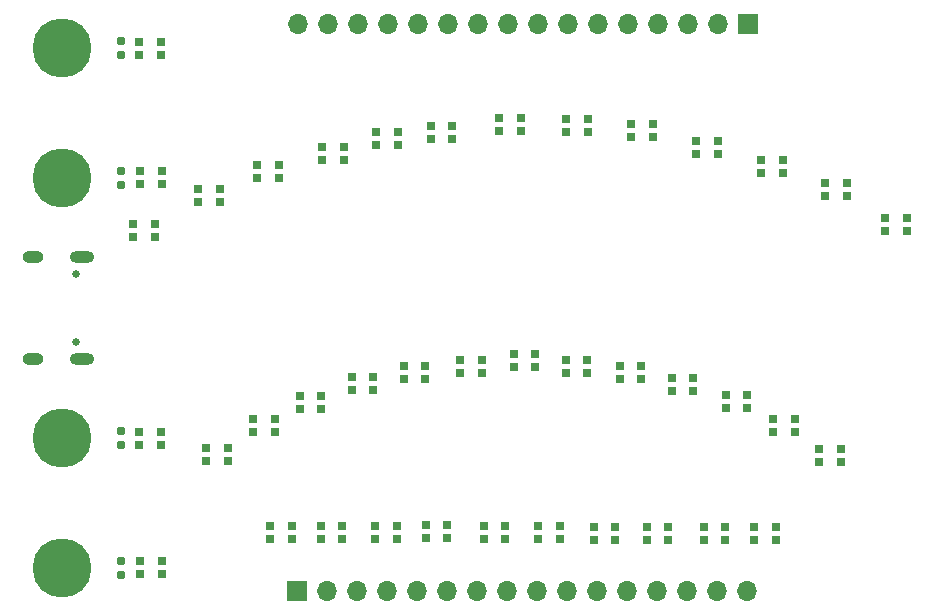
<source format=gbr>
%TF.GenerationSoftware,KiCad,Pcbnew,9.0.2*%
%TF.CreationDate,2025-09-05T17:13:16+02:00*%
%TF.ProjectId,LLM Business Card,4c4c4d20-4275-4736-996e-657373204361,rev?*%
%TF.SameCoordinates,Original*%
%TF.FileFunction,Soldermask,Bot*%
%TF.FilePolarity,Negative*%
%FSLAX46Y46*%
G04 Gerber Fmt 4.6, Leading zero omitted, Abs format (unit mm)*
G04 Created by KiCad (PCBNEW 9.0.2) date 2025-09-05 17:13:16*
%MOMM*%
%LPD*%
G01*
G04 APERTURE LIST*
G04 Aperture macros list*
%AMRoundRect*
0 Rectangle with rounded corners*
0 $1 Rounding radius*
0 $2 $3 $4 $5 $6 $7 $8 $9 X,Y pos of 4 corners*
0 Add a 4 corners polygon primitive as box body*
4,1,4,$2,$3,$4,$5,$6,$7,$8,$9,$2,$3,0*
0 Add four circle primitives for the rounded corners*
1,1,$1+$1,$2,$3*
1,1,$1+$1,$4,$5*
1,1,$1+$1,$6,$7*
1,1,$1+$1,$8,$9*
0 Add four rect primitives between the rounded corners*
20,1,$1+$1,$2,$3,$4,$5,0*
20,1,$1+$1,$4,$5,$6,$7,0*
20,1,$1+$1,$6,$7,$8,$9,0*
20,1,$1+$1,$8,$9,$2,$3,0*%
G04 Aperture macros list end*
%ADD10C,0.650000*%
%ADD11O,2.100000X1.000000*%
%ADD12O,1.800000X1.000000*%
%ADD13R,1.700000X1.700000*%
%ADD14O,1.700000X1.700000*%
%ADD15R,0.700000X0.700000*%
%ADD16C,5.000000*%
%ADD17RoundRect,0.160000X0.160000X-0.197500X0.160000X0.197500X-0.160000X0.197500X-0.160000X-0.197500X0*%
%ADD18RoundRect,0.160000X-0.160000X0.197500X-0.160000X-0.197500X0.160000X-0.197500X0.160000X0.197500X0*%
G04 APERTURE END LIST*
D10*
%TO.C,J1*%
X106180000Y-124110000D03*
X106180000Y-129890000D03*
D11*
X106680000Y-122680000D03*
D12*
X102500000Y-122680000D03*
D11*
X106680000Y-131320000D03*
D12*
X102500000Y-131320000D03*
%TD*%
D13*
%TO.C,J2*%
X163080000Y-103000000D03*
D14*
X160540000Y-103000000D03*
X158000000Y-103000000D03*
X155460000Y-103000000D03*
X152920000Y-103000000D03*
X150380000Y-103000000D03*
X147840000Y-103000000D03*
X145300000Y-103000000D03*
X142760000Y-103000000D03*
X140220000Y-103000000D03*
X137680000Y-103000000D03*
X135140000Y-103000000D03*
X132600000Y-103000000D03*
X130060000Y-103000000D03*
X127520000Y-103000000D03*
X124980000Y-103000000D03*
%TD*%
D13*
%TO.C,J3*%
X124900000Y-151000000D03*
D14*
X127440000Y-151000000D03*
X129980000Y-151000000D03*
X132520000Y-151000000D03*
X135060000Y-151000000D03*
X137600000Y-151000000D03*
X140140000Y-151000000D03*
X142680000Y-151000000D03*
X145220000Y-151000000D03*
X147760000Y-151000000D03*
X150300000Y-151000000D03*
X152840000Y-151000000D03*
X155380000Y-151000000D03*
X157920000Y-151000000D03*
X160460000Y-151000000D03*
X163000000Y-151000000D03*
%TD*%
D15*
%TO.C,D14*%
X131585000Y-113250000D03*
X131585000Y-112150000D03*
X133415000Y-112150000D03*
X133415000Y-113250000D03*
%TD*%
%TO.C,D25*%
X143200000Y-132000000D03*
X143200000Y-130900000D03*
X145030000Y-130900000D03*
X145030000Y-132000000D03*
%TD*%
%TO.C,D30*%
X121170000Y-137500000D03*
X121170000Y-136400000D03*
X123000000Y-136400000D03*
X123000000Y-137500000D03*
%TD*%
%TO.C,D39*%
X131485000Y-146550000D03*
X131485000Y-145450000D03*
X133315000Y-145450000D03*
X133315000Y-146550000D03*
%TD*%
%TO.C,D38*%
X135770000Y-146500000D03*
X135770000Y-145400000D03*
X137600000Y-145400000D03*
X137600000Y-146500000D03*
%TD*%
D16*
%TO.C,U4*%
X105000000Y-149000000D03*
%TD*%
D15*
%TO.C,D34*%
X154485000Y-146650000D03*
X154485000Y-145550000D03*
X156315000Y-145550000D03*
X156315000Y-146650000D03*
%TD*%
%TO.C,D12*%
X142000000Y-112000000D03*
X142000000Y-110900000D03*
X143830000Y-110900000D03*
X143830000Y-112000000D03*
%TD*%
%TO.C,D13*%
X136170000Y-112700000D03*
X136170000Y-111600000D03*
X138000000Y-111600000D03*
X138000000Y-112700000D03*
%TD*%
%TO.C,D28*%
X129500000Y-134000000D03*
X129500000Y-132900000D03*
X131330000Y-132900000D03*
X131330000Y-134000000D03*
%TD*%
%TO.C,D44*%
X111500000Y-105600000D03*
X111500000Y-104500000D03*
X113330000Y-104500000D03*
X113330000Y-105600000D03*
%TD*%
%TO.C,D36*%
X145270000Y-146550000D03*
X145270000Y-145450000D03*
X147100000Y-145450000D03*
X147100000Y-146550000D03*
%TD*%
%TO.C,D15*%
X127000000Y-114500000D03*
X127000000Y-113400000D03*
X128830000Y-113400000D03*
X128830000Y-114500000D03*
%TD*%
%TO.C,D26*%
X138670000Y-132500000D03*
X138670000Y-131400000D03*
X140500000Y-131400000D03*
X140500000Y-132500000D03*
%TD*%
%TO.C,D10*%
X153170000Y-112500000D03*
X153170000Y-111400000D03*
X155000000Y-111400000D03*
X155000000Y-112500000D03*
%TD*%
%TO.C,D32*%
X163570000Y-146700000D03*
X163570000Y-145600000D03*
X165400000Y-145600000D03*
X165400000Y-146700000D03*
%TD*%
%TO.C,D9*%
X158670000Y-114000000D03*
X158670000Y-112900000D03*
X160500000Y-112900000D03*
X160500000Y-114000000D03*
%TD*%
%TO.C,D6*%
X174670000Y-120500000D03*
X174670000Y-119400000D03*
X176500000Y-119400000D03*
X176500000Y-120500000D03*
%TD*%
%TO.C,D20*%
X165185000Y-137550000D03*
X165185000Y-136450000D03*
X167015000Y-136450000D03*
X167015000Y-137550000D03*
%TD*%
%TO.C,D35*%
X149985000Y-146650000D03*
X149985000Y-145550000D03*
X151815000Y-145550000D03*
X151815000Y-146650000D03*
%TD*%
%TO.C,D8*%
X164170000Y-115550000D03*
X164170000Y-114450000D03*
X166000000Y-114450000D03*
X166000000Y-115550000D03*
%TD*%
%TO.C,D7*%
X169585000Y-117550000D03*
X169585000Y-116450000D03*
X171415000Y-116450000D03*
X171415000Y-117550000D03*
%TD*%
%TO.C,D31*%
X117170000Y-140000000D03*
X117170000Y-138900000D03*
X119000000Y-138900000D03*
X119000000Y-140000000D03*
%TD*%
D17*
%TO.C,R12*%
X110000000Y-138597500D03*
X110000000Y-137402500D03*
%TD*%
D15*
%TO.C,D29*%
X125085000Y-135550000D03*
X125085000Y-134450000D03*
X126915000Y-134450000D03*
X126915000Y-135550000D03*
%TD*%
D16*
%TO.C,U5*%
X105000000Y-116000000D03*
%TD*%
D15*
%TO.C,D17*%
X116500000Y-118000000D03*
X116500000Y-116900000D03*
X118330000Y-116900000D03*
X118330000Y-118000000D03*
%TD*%
D18*
%TO.C,R10*%
X110000000Y-115402500D03*
X110000000Y-116597500D03*
%TD*%
%TO.C,R9*%
X110000000Y-104402500D03*
X110000000Y-105597500D03*
%TD*%
D15*
%TO.C,D43*%
X111585000Y-116550000D03*
X111585000Y-115450000D03*
X113415000Y-115450000D03*
X113415000Y-116550000D03*
%TD*%
%TO.C,D46*%
X122585000Y-146550000D03*
X122585000Y-145450000D03*
X124415000Y-145450000D03*
X124415000Y-146550000D03*
%TD*%
%TO.C,D18*%
X111000000Y-121000000D03*
X111000000Y-119900000D03*
X112830000Y-119900000D03*
X112830000Y-121000000D03*
%TD*%
%TO.C,D19*%
X169085000Y-140050000D03*
X169085000Y-138950000D03*
X170915000Y-138950000D03*
X170915000Y-140050000D03*
%TD*%
%TO.C,D27*%
X133885000Y-133000000D03*
X133885000Y-131900000D03*
X135715000Y-131900000D03*
X135715000Y-133000000D03*
%TD*%
%TO.C,D37*%
X140670000Y-146550000D03*
X140670000Y-145450000D03*
X142500000Y-145450000D03*
X142500000Y-146550000D03*
%TD*%
D16*
%TO.C,U6*%
X105000000Y-105000000D03*
%TD*%
%TO.C,U3*%
X105000000Y-138000000D03*
%TD*%
D15*
%TO.C,D24*%
X147600000Y-132550000D03*
X147600000Y-131450000D03*
X149430000Y-131450000D03*
X149430000Y-132550000D03*
%TD*%
%TO.C,D42*%
X111500000Y-138600000D03*
X111500000Y-137500000D03*
X113330000Y-137500000D03*
X113330000Y-138600000D03*
%TD*%
%TO.C,D33*%
X159300000Y-146700000D03*
X159300000Y-145600000D03*
X161130000Y-145600000D03*
X161130000Y-146700000D03*
%TD*%
%TO.C,D22*%
X156585000Y-134050000D03*
X156585000Y-132950000D03*
X158415000Y-132950000D03*
X158415000Y-134050000D03*
%TD*%
%TO.C,D40*%
X126885000Y-146550000D03*
X126885000Y-145450000D03*
X128715000Y-145450000D03*
X128715000Y-146550000D03*
%TD*%
%TO.C,D23*%
X152170000Y-133000000D03*
X152170000Y-131900000D03*
X154000000Y-131900000D03*
X154000000Y-133000000D03*
%TD*%
%TO.C,D21*%
X161170000Y-135500000D03*
X161170000Y-134400000D03*
X163000000Y-134400000D03*
X163000000Y-135500000D03*
%TD*%
D18*
%TO.C,R11*%
X110000000Y-148402500D03*
X110000000Y-149597500D03*
%TD*%
D15*
%TO.C,D41*%
X111585000Y-149550000D03*
X111585000Y-148450000D03*
X113415000Y-148450000D03*
X113415000Y-149550000D03*
%TD*%
%TO.C,D16*%
X121500000Y-116000000D03*
X121500000Y-114900000D03*
X123330000Y-114900000D03*
X123330000Y-116000000D03*
%TD*%
%TO.C,D11*%
X147670000Y-112100000D03*
X147670000Y-111000000D03*
X149500000Y-111000000D03*
X149500000Y-112100000D03*
%TD*%
M02*

</source>
